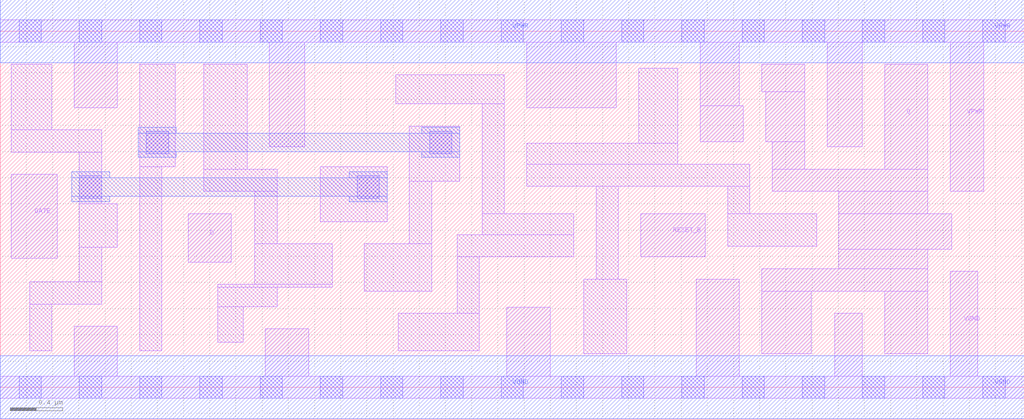
<source format=lef>
# Copyright 2020 The SkyWater PDK Authors
#
# Licensed under the Apache License, Version 2.0 (the "License");
# you may not use this file except in compliance with the License.
# You may obtain a copy of the License at
#
#     https://www.apache.org/licenses/LICENSE-2.0
#
# Unless required by applicable law or agreed to in writing, software
# distributed under the License is distributed on an "AS IS" BASIS,
# WITHOUT WARRANTIES OR CONDITIONS OF ANY KIND, either express or implied.
# See the License for the specific language governing permissions and
# limitations under the License.
#
# SPDX-License-Identifier: Apache-2.0

VERSION 5.7 ;
  NAMESCASESENSITIVE ON ;
  NOWIREEXTENSIONATPIN ON ;
  DIVIDERCHAR "/" ;
  BUSBITCHARS "[]" ;
UNITS
  DATABASE MICRONS 200 ;
END UNITS
PROPERTYDEFINITIONS
  MACRO maskLayoutSubType STRING ;
  MACRO prCellType STRING ;
  MACRO originalViewName STRING ;
END PROPERTYDEFINITIONS
MACRO sky130_fd_sc_hdll__dlrtp_4
  CLASS CORE ;
  FOREIGN sky130_fd_sc_hdll__dlrtp_4 ;
  ORIGIN  0.000000  0.000000 ;
  SIZE  7.820000 BY  2.720000 ;
  SYMMETRY X Y R90 ;
  SITE unithd ;
  PIN D
    ANTENNAGATEAREA  0.178200 ;
    DIRECTION INPUT ;
    USE SIGNAL ;
    PORT
      LAYER li1 ;
        RECT 1.435000 0.955000 1.765000 1.325000 ;
    END
  END D
  PIN GATE
    ANTENNAGATEAREA  0.178200 ;
    DIRECTION INPUT ;
    USE SIGNAL ;
    PORT
      LAYER li1 ;
        RECT 0.085000 0.985000 0.435000 1.625000 ;
    END
  END GATE
  PIN Q
    ANTENNADIFFAREA  0.931000 ;
    DIRECTION OUTPUT ;
    USE SIGNAL ;
    PORT
      LAYER li1 ;
        RECT 5.815000 0.255000 6.195000 0.735000 ;
        RECT 5.815000 0.735000 7.085000 0.905000 ;
        RECT 5.815000 2.255000 6.145000 2.465000 ;
        RECT 5.845000 1.875000 6.145000 2.255000 ;
        RECT 5.895000 1.495000 7.085000 1.665000 ;
        RECT 5.895000 1.665000 6.145000 1.875000 ;
        RECT 6.405000 0.905000 7.085000 1.055000 ;
        RECT 6.405000 1.055000 7.265000 1.325000 ;
        RECT 6.405000 1.325000 7.085000 1.495000 ;
        RECT 6.755000 0.255000 7.085000 0.735000 ;
        RECT 6.755000 1.665000 7.085000 2.465000 ;
    END
  END Q
  PIN RESET_B
    ANTENNAGATEAREA  0.277500 ;
    DIRECTION INPUT ;
    USE SIGNAL ;
    PORT
      LAYER li1 ;
        RECT 4.890000 0.995000 5.385000 1.325000 ;
    END
  END RESET_B
  PIN VGND
    DIRECTION INOUT ;
    USE GROUND ;
    PORT
      LAYER li1 ;
        RECT 0.000000 -0.085000 7.820000 0.085000 ;
        RECT 0.565000  0.085000 0.895000 0.465000 ;
        RECT 2.025000  0.085000 2.355000 0.445000 ;
        RECT 3.870000  0.085000 4.200000 0.610000 ;
        RECT 5.315000  0.085000 5.645000 0.825000 ;
        RECT 6.375000  0.085000 6.585000 0.565000 ;
        RECT 7.255000  0.085000 7.465000 0.885000 ;
      LAYER mcon ;
        RECT 0.145000 -0.085000 0.315000 0.085000 ;
        RECT 0.605000 -0.085000 0.775000 0.085000 ;
        RECT 1.065000 -0.085000 1.235000 0.085000 ;
        RECT 1.525000 -0.085000 1.695000 0.085000 ;
        RECT 1.985000 -0.085000 2.155000 0.085000 ;
        RECT 2.445000 -0.085000 2.615000 0.085000 ;
        RECT 2.905000 -0.085000 3.075000 0.085000 ;
        RECT 3.365000 -0.085000 3.535000 0.085000 ;
        RECT 3.825000 -0.085000 3.995000 0.085000 ;
        RECT 4.285000 -0.085000 4.455000 0.085000 ;
        RECT 4.745000 -0.085000 4.915000 0.085000 ;
        RECT 5.205000 -0.085000 5.375000 0.085000 ;
        RECT 5.665000 -0.085000 5.835000 0.085000 ;
        RECT 6.125000 -0.085000 6.295000 0.085000 ;
        RECT 6.585000 -0.085000 6.755000 0.085000 ;
        RECT 7.045000 -0.085000 7.215000 0.085000 ;
        RECT 7.505000 -0.085000 7.675000 0.085000 ;
      LAYER met1 ;
        RECT 0.000000 -0.240000 7.820000 0.240000 ;
    END
  END VGND
  PIN VPWR
    DIRECTION INOUT ;
    USE POWER ;
    PORT
      LAYER li1 ;
        RECT 0.000000 2.635000 7.820000 2.805000 ;
        RECT 0.565000 2.135000 0.895000 2.635000 ;
        RECT 2.055000 1.835000 2.325000 2.635000 ;
        RECT 4.020000 2.135000 4.705000 2.635000 ;
        RECT 5.345000 1.875000 5.675000 2.150000 ;
        RECT 5.345000 2.150000 5.645000 2.635000 ;
        RECT 6.315000 1.835000 6.585000 2.635000 ;
        RECT 7.255000 1.495000 7.510000 2.635000 ;
      LAYER mcon ;
        RECT 0.145000 2.635000 0.315000 2.805000 ;
        RECT 0.605000 2.635000 0.775000 2.805000 ;
        RECT 1.065000 2.635000 1.235000 2.805000 ;
        RECT 1.525000 2.635000 1.695000 2.805000 ;
        RECT 1.985000 2.635000 2.155000 2.805000 ;
        RECT 2.445000 2.635000 2.615000 2.805000 ;
        RECT 2.905000 2.635000 3.075000 2.805000 ;
        RECT 3.365000 2.635000 3.535000 2.805000 ;
        RECT 3.825000 2.635000 3.995000 2.805000 ;
        RECT 4.285000 2.635000 4.455000 2.805000 ;
        RECT 4.745000 2.635000 4.915000 2.805000 ;
        RECT 5.205000 2.635000 5.375000 2.805000 ;
        RECT 5.665000 2.635000 5.835000 2.805000 ;
        RECT 6.125000 2.635000 6.295000 2.805000 ;
        RECT 6.585000 2.635000 6.755000 2.805000 ;
        RECT 7.045000 2.635000 7.215000 2.805000 ;
        RECT 7.505000 2.635000 7.675000 2.805000 ;
      LAYER met1 ;
        RECT 0.000000 2.480000 7.820000 2.960000 ;
    END
  END VPWR
  OBS
    LAYER li1 ;
      RECT 0.085000 1.795000 0.775000 1.965000 ;
      RECT 0.085000 1.965000 0.395000 2.465000 ;
      RECT 0.225000 0.280000 0.395000 0.635000 ;
      RECT 0.225000 0.635000 0.775000 0.805000 ;
      RECT 0.605000 0.805000 0.775000 1.070000 ;
      RECT 0.605000 1.070000 0.895000 1.400000 ;
      RECT 0.605000 1.400000 0.775000 1.795000 ;
      RECT 1.065000 0.280000 1.235000 1.685000 ;
      RECT 1.065000 1.685000 1.335000 2.465000 ;
      RECT 1.555000 1.495000 2.115000 1.665000 ;
      RECT 1.555000 1.665000 1.885000 2.465000 ;
      RECT 1.660000 0.345000 1.855000 0.615000 ;
      RECT 1.660000 0.615000 2.115000 0.765000 ;
      RECT 1.660000 0.765000 2.535000 0.785000 ;
      RECT 1.945000 0.785000 2.535000 1.095000 ;
      RECT 1.945000 1.095000 2.115000 1.495000 ;
      RECT 2.445000 1.265000 2.955000 1.685000 ;
      RECT 2.780000 0.735000 3.295000 1.095000 ;
      RECT 3.020000 2.165000 3.850000 2.385000 ;
      RECT 3.040000 0.280000 3.660000 0.565000 ;
      RECT 3.125000 1.095000 3.295000 1.575000 ;
      RECT 3.125000 1.575000 3.510000 1.995000 ;
      RECT 3.490000 0.565000 3.660000 0.995000 ;
      RECT 3.490000 0.995000 4.380000 1.165000 ;
      RECT 3.680000 1.165000 4.380000 1.325000 ;
      RECT 3.680000 1.325000 3.850000 2.165000 ;
      RECT 4.020000 1.535000 5.725000 1.705000 ;
      RECT 4.020000 1.705000 5.175000 1.865000 ;
      RECT 4.455000 0.255000 4.785000 0.825000 ;
      RECT 4.550000 0.825000 4.720000 1.535000 ;
      RECT 4.875000 1.865000 5.175000 2.435000 ;
      RECT 5.555000 1.075000 6.235000 1.325000 ;
      RECT 5.555000 1.325000 5.725000 1.535000 ;
    LAYER mcon ;
      RECT 0.605000 1.445000 0.775000 1.615000 ;
      RECT 1.115000 1.785000 1.285000 1.955000 ;
      RECT 2.725000 1.445000 2.895000 1.615000 ;
      RECT 3.280000 1.785000 3.450000 1.955000 ;
    LAYER met1 ;
      RECT 0.545000 1.415000 0.835000 1.460000 ;
      RECT 0.545000 1.460000 2.955000 1.600000 ;
      RECT 0.545000 1.600000 0.835000 1.645000 ;
      RECT 1.055000 1.755000 1.345000 1.800000 ;
      RECT 1.055000 1.800000 3.510000 1.940000 ;
      RECT 1.055000 1.940000 1.345000 1.985000 ;
      RECT 2.665000 1.415000 2.955000 1.460000 ;
      RECT 2.665000 1.600000 2.955000 1.645000 ;
      RECT 3.220000 1.755000 3.510000 1.800000 ;
      RECT 3.220000 1.940000 3.510000 1.985000 ;
  END
  PROPERTY maskLayoutSubType "abstract" ;
  PROPERTY prCellType "standard" ;
  PROPERTY originalViewName "layout" ;
END sky130_fd_sc_hdll__dlrtp_4

</source>
